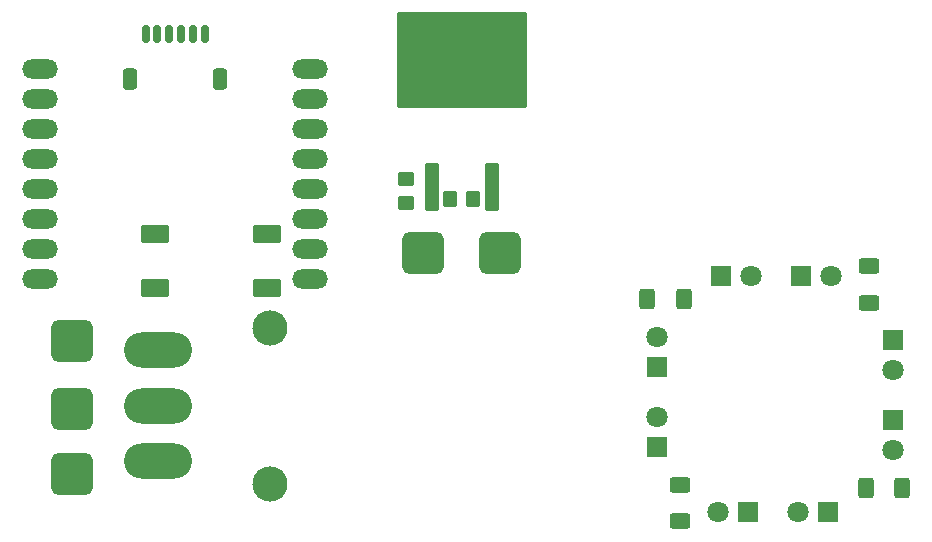
<source format=gbr>
%TF.GenerationSoftware,KiCad,Pcbnew,9.0.1*%
%TF.CreationDate,2025-06-19T23:09:26+02:00*%
%TF.ProjectId,Night-Gogle,4e696768-742d-4476-9f67-6c652e6b6963,rev?*%
%TF.SameCoordinates,Original*%
%TF.FileFunction,Soldermask,Top*%
%TF.FilePolarity,Negative*%
%FSLAX46Y46*%
G04 Gerber Fmt 4.6, Leading zero omitted, Abs format (unit mm)*
G04 Created by KiCad (PCBNEW 9.0.1) date 2025-06-19 23:09:26*
%MOMM*%
%LPD*%
G01*
G04 APERTURE LIST*
G04 Aperture macros list*
%AMRoundRect*
0 Rectangle with rounded corners*
0 $1 Rounding radius*
0 $2 $3 $4 $5 $6 $7 $8 $9 X,Y pos of 4 corners*
0 Add a 4 corners polygon primitive as box body*
4,1,4,$2,$3,$4,$5,$6,$7,$8,$9,$2,$3,0*
0 Add four circle primitives for the rounded corners*
1,1,$1+$1,$2,$3*
1,1,$1+$1,$4,$5*
1,1,$1+$1,$6,$7*
1,1,$1+$1,$8,$9*
0 Add four rect primitives between the rounded corners*
20,1,$1+$1,$2,$3,$4,$5,0*
20,1,$1+$1,$4,$5,$6,$7,0*
20,1,$1+$1,$6,$7,$8,$9,0*
20,1,$1+$1,$8,$9,$2,$3,0*%
G04 Aperture macros list end*
%ADD10RoundRect,0.250000X-0.350000X-0.650000X0.350000X-0.650000X0.350000X0.650000X-0.350000X0.650000X0*%
%ADD11RoundRect,0.150000X-0.150000X-0.625000X0.150000X-0.625000X0.150000X0.625000X-0.150000X0.625000X0*%
%ADD12RoundRect,0.102000X5.420000X-3.940000X5.420000X3.940000X-5.420000X3.940000X-5.420000X-3.940000X0*%
%ADD13RoundRect,0.158000X0.474000X-1.834000X0.474000X1.834000X-0.474000X1.834000X-0.474000X-1.834000X0*%
%ADD14RoundRect,0.240600X0.961400X-0.561400X0.961400X0.561400X-0.961400X0.561400X-0.961400X-0.561400X0*%
%ADD15RoundRect,0.250000X-0.350000X-0.450000X0.350000X-0.450000X0.350000X0.450000X-0.350000X0.450000X0*%
%ADD16R,1.800000X1.800000*%
%ADD17C,1.800000*%
%ADD18RoundRect,0.250000X-0.625000X0.400000X-0.625000X-0.400000X0.625000X-0.400000X0.625000X0.400000X0*%
%ADD19RoundRect,0.250000X0.625000X-0.400000X0.625000X0.400000X-0.625000X0.400000X-0.625000X-0.400000X0*%
%ADD20RoundRect,0.525000X-1.225000X1.225000X-1.225000X-1.225000X1.225000X-1.225000X1.225000X1.225000X0*%
%ADD21RoundRect,0.525000X-1.225000X-1.225000X1.225000X-1.225000X1.225000X1.225000X-1.225000X1.225000X0*%
%ADD22RoundRect,0.250000X0.400000X0.625000X-0.400000X0.625000X-0.400000X-0.625000X0.400000X-0.625000X0*%
%ADD23RoundRect,0.250000X-0.400000X-0.625000X0.400000X-0.625000X0.400000X0.625000X-0.400000X0.625000X0*%
%ADD24O,5.754000X2.979000*%
%ADD25C,2.979000*%
%ADD26RoundRect,0.250000X0.450000X-0.350000X0.450000X0.350000X-0.450000X0.350000X-0.450000X-0.350000X0*%
%ADD27O,3.048800X1.626400*%
G04 APERTURE END LIST*
D10*
%TO.C,J1*%
X69300000Y-54875000D03*
X61700000Y-54875000D03*
D11*
X68000000Y-51000000D03*
X67000000Y-51000000D03*
X66000000Y-51000000D03*
X65000000Y-51000000D03*
X64000000Y-51000000D03*
X63000000Y-51000000D03*
%TD*%
D12*
%TO.C,U1*%
X89750000Y-53250000D03*
D13*
X92290000Y-64000000D03*
X87210000Y-64000000D03*
%TD*%
D14*
%TO.C,SW1*%
X63750000Y-68000000D03*
X73250000Y-68000000D03*
X63750000Y-72500000D03*
X73250000Y-72500000D03*
%TD*%
D15*
%TO.C,R6*%
X88750000Y-65000000D03*
X90750000Y-65000000D03*
%TD*%
D16*
%TO.C,D2*%
X106250000Y-79250000D03*
D17*
X106250000Y-76710000D03*
%TD*%
D16*
%TO.C,D7*%
X118500000Y-71500000D03*
D17*
X121040000Y-71500000D03*
%TD*%
D18*
%TO.C,R4*%
X108250000Y-89200000D03*
X108250000Y-92300000D03*
%TD*%
D19*
%TO.C,R5*%
X124250000Y-73800000D03*
X124250000Y-70700000D03*
%TD*%
D16*
%TO.C,D6*%
X120780000Y-91500000D03*
D17*
X118240000Y-91500000D03*
%TD*%
D16*
%TO.C,D1*%
X106250000Y-85990000D03*
D17*
X106250000Y-83450000D03*
%TD*%
D20*
%TO.C,VIN1*%
X56750000Y-82750000D03*
%TD*%
D21*
%TO.C,GND2*%
X93000000Y-69600000D03*
%TD*%
D16*
%TO.C,D3*%
X126250000Y-83740000D03*
D17*
X126250000Y-86280000D03*
%TD*%
D22*
%TO.C,R2*%
X108550000Y-73500000D03*
X105450000Y-73500000D03*
%TD*%
D23*
%TO.C,R3*%
X123950000Y-89500000D03*
X127050000Y-89500000D03*
%TD*%
D24*
%TO.C,SW2*%
X64025000Y-87200000D03*
X64025000Y-82500000D03*
X64025000Y-77800000D03*
D25*
X73555000Y-89105000D03*
X73555000Y-75895000D03*
%TD*%
D16*
%TO.C,D4*%
X126250000Y-76960000D03*
D17*
X126250000Y-79500000D03*
%TD*%
D21*
%TO.C,IR-LED3*%
X86500000Y-69600000D03*
%TD*%
D20*
%TO.C,GND1*%
X56750000Y-88250000D03*
%TD*%
D26*
%TO.C,R1*%
X85000000Y-65350000D03*
X85000000Y-63350000D03*
%TD*%
D16*
%TO.C,D5*%
X114000000Y-91500000D03*
D17*
X111460000Y-91500000D03*
%TD*%
D16*
%TO.C,D8*%
X111750000Y-71500000D03*
D17*
X114290000Y-71500000D03*
%TD*%
D20*
%TO.C,IR-LED1*%
X56750000Y-77000000D03*
%TD*%
D27*
%TO.C,MCU1*%
X76930000Y-54020000D03*
X76930000Y-56560000D03*
X76930000Y-59100000D03*
X76930000Y-61640000D03*
X76930000Y-64180000D03*
X76930000Y-66720000D03*
X76930000Y-69260000D03*
X76930000Y-71800000D03*
X54070000Y-71800000D03*
X54070000Y-69260000D03*
X54070000Y-66720000D03*
X54070000Y-64180000D03*
X54070000Y-61640000D03*
X54070000Y-59100000D03*
X54070000Y-56560000D03*
X54070000Y-54020000D03*
%TD*%
M02*

</source>
